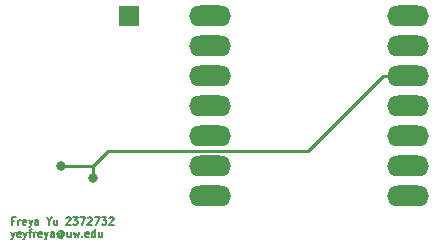
<source format=gbr>
%TF.GenerationSoftware,KiCad,Pcbnew,7.0.10*%
%TF.CreationDate,2024-01-29T17:08:50-08:00*%
%TF.ProjectId,FINAL_V1,46494e41-4c5f-4563-912e-6b696361645f,rev?*%
%TF.SameCoordinates,Original*%
%TF.FileFunction,Copper,L1,Top*%
%TF.FilePolarity,Positive*%
%FSLAX46Y46*%
G04 Gerber Fmt 4.6, Leading zero omitted, Abs format (unit mm)*
G04 Created by KiCad (PCBNEW 7.0.10) date 2024-01-29 17:08:50*
%MOMM*%
%LPD*%
G01*
G04 APERTURE LIST*
%ADD10C,0.127350*%
%TA.AperFunction,NonConductor*%
%ADD11C,0.127350*%
%TD*%
%TA.AperFunction,ComponentPad*%
%ADD12O,3.556000X1.778000*%
%TD*%
%TA.AperFunction,ComponentPad*%
%ADD13R,1.700000X1.700000*%
%TD*%
%TA.AperFunction,ViaPad*%
%ADD14C,0.800000*%
%TD*%
%TA.AperFunction,Conductor*%
%ADD15C,0.279400*%
%TD*%
G04 APERTURE END LIST*
D10*
D11*
X89347439Y-93553537D02*
X89135305Y-93553537D01*
X89135305Y-93886889D02*
X89135305Y-93250489D01*
X89135305Y-93250489D02*
X89438353Y-93250489D01*
X89680791Y-93886889D02*
X89680791Y-93462623D01*
X89680791Y-93583842D02*
X89711096Y-93523232D01*
X89711096Y-93523232D02*
X89741401Y-93492927D01*
X89741401Y-93492927D02*
X89802010Y-93462623D01*
X89802010Y-93462623D02*
X89862620Y-93462623D01*
X90317191Y-93856585D02*
X90256582Y-93886889D01*
X90256582Y-93886889D02*
X90135363Y-93886889D01*
X90135363Y-93886889D02*
X90074753Y-93856585D01*
X90074753Y-93856585D02*
X90044449Y-93795975D01*
X90044449Y-93795975D02*
X90044449Y-93553537D01*
X90044449Y-93553537D02*
X90074753Y-93492927D01*
X90074753Y-93492927D02*
X90135363Y-93462623D01*
X90135363Y-93462623D02*
X90256582Y-93462623D01*
X90256582Y-93462623D02*
X90317191Y-93492927D01*
X90317191Y-93492927D02*
X90347496Y-93553537D01*
X90347496Y-93553537D02*
X90347496Y-93614146D01*
X90347496Y-93614146D02*
X90044449Y-93674756D01*
X90559630Y-93462623D02*
X90711154Y-93886889D01*
X90862677Y-93462623D02*
X90711154Y-93886889D01*
X90711154Y-93886889D02*
X90650544Y-94038413D01*
X90650544Y-94038413D02*
X90620239Y-94068718D01*
X90620239Y-94068718D02*
X90559630Y-94099023D01*
X91377858Y-93886889D02*
X91377858Y-93553537D01*
X91377858Y-93553537D02*
X91347553Y-93492927D01*
X91347553Y-93492927D02*
X91286944Y-93462623D01*
X91286944Y-93462623D02*
X91165725Y-93462623D01*
X91165725Y-93462623D02*
X91105115Y-93492927D01*
X91377858Y-93856585D02*
X91317249Y-93886889D01*
X91317249Y-93886889D02*
X91165725Y-93886889D01*
X91165725Y-93886889D02*
X91105115Y-93856585D01*
X91105115Y-93856585D02*
X91074811Y-93795975D01*
X91074811Y-93795975D02*
X91074811Y-93735365D01*
X91074811Y-93735365D02*
X91105115Y-93674756D01*
X91105115Y-93674756D02*
X91165725Y-93644451D01*
X91165725Y-93644451D02*
X91317249Y-93644451D01*
X91317249Y-93644451D02*
X91377858Y-93614146D01*
X92287000Y-93583842D02*
X92287000Y-93886889D01*
X92074867Y-93250489D02*
X92287000Y-93583842D01*
X92287000Y-93583842D02*
X92499134Y-93250489D01*
X92984010Y-93462623D02*
X92984010Y-93886889D01*
X92711267Y-93462623D02*
X92711267Y-93795975D01*
X92711267Y-93795975D02*
X92741572Y-93856585D01*
X92741572Y-93856585D02*
X92802182Y-93886889D01*
X92802182Y-93886889D02*
X92893096Y-93886889D01*
X92893096Y-93886889D02*
X92953705Y-93856585D01*
X92953705Y-93856585D02*
X92984010Y-93826280D01*
X93741629Y-93311099D02*
X93771933Y-93280794D01*
X93771933Y-93280794D02*
X93832543Y-93250489D01*
X93832543Y-93250489D02*
X93984067Y-93250489D01*
X93984067Y-93250489D02*
X94044676Y-93280794D01*
X94044676Y-93280794D02*
X94074981Y-93311099D01*
X94074981Y-93311099D02*
X94105286Y-93371708D01*
X94105286Y-93371708D02*
X94105286Y-93432318D01*
X94105286Y-93432318D02*
X94074981Y-93523232D01*
X94074981Y-93523232D02*
X93711324Y-93886889D01*
X93711324Y-93886889D02*
X94105286Y-93886889D01*
X94317419Y-93250489D02*
X94711381Y-93250489D01*
X94711381Y-93250489D02*
X94499247Y-93492927D01*
X94499247Y-93492927D02*
X94590162Y-93492927D01*
X94590162Y-93492927D02*
X94650771Y-93523232D01*
X94650771Y-93523232D02*
X94681076Y-93553537D01*
X94681076Y-93553537D02*
X94711381Y-93614146D01*
X94711381Y-93614146D02*
X94711381Y-93765670D01*
X94711381Y-93765670D02*
X94681076Y-93826280D01*
X94681076Y-93826280D02*
X94650771Y-93856585D01*
X94650771Y-93856585D02*
X94590162Y-93886889D01*
X94590162Y-93886889D02*
X94408333Y-93886889D01*
X94408333Y-93886889D02*
X94347724Y-93856585D01*
X94347724Y-93856585D02*
X94317419Y-93826280D01*
X94923514Y-93250489D02*
X95347780Y-93250489D01*
X95347780Y-93250489D02*
X95075038Y-93886889D01*
X95559914Y-93311099D02*
X95590218Y-93280794D01*
X95590218Y-93280794D02*
X95650828Y-93250489D01*
X95650828Y-93250489D02*
X95802352Y-93250489D01*
X95802352Y-93250489D02*
X95862961Y-93280794D01*
X95862961Y-93280794D02*
X95893266Y-93311099D01*
X95893266Y-93311099D02*
X95923571Y-93371708D01*
X95923571Y-93371708D02*
X95923571Y-93432318D01*
X95923571Y-93432318D02*
X95893266Y-93523232D01*
X95893266Y-93523232D02*
X95529609Y-93886889D01*
X95529609Y-93886889D02*
X95923571Y-93886889D01*
X96135704Y-93250489D02*
X96559970Y-93250489D01*
X96559970Y-93250489D02*
X96287228Y-93886889D01*
X96741799Y-93250489D02*
X97135761Y-93250489D01*
X97135761Y-93250489D02*
X96923627Y-93492927D01*
X96923627Y-93492927D02*
X97014542Y-93492927D01*
X97014542Y-93492927D02*
X97075151Y-93523232D01*
X97075151Y-93523232D02*
X97105456Y-93553537D01*
X97105456Y-93553537D02*
X97135761Y-93614146D01*
X97135761Y-93614146D02*
X97135761Y-93765670D01*
X97135761Y-93765670D02*
X97105456Y-93826280D01*
X97105456Y-93826280D02*
X97075151Y-93856585D01*
X97075151Y-93856585D02*
X97014542Y-93886889D01*
X97014542Y-93886889D02*
X96832713Y-93886889D01*
X96832713Y-93886889D02*
X96772104Y-93856585D01*
X96772104Y-93856585D02*
X96741799Y-93826280D01*
X97378199Y-93311099D02*
X97408503Y-93280794D01*
X97408503Y-93280794D02*
X97469113Y-93250489D01*
X97469113Y-93250489D02*
X97620637Y-93250489D01*
X97620637Y-93250489D02*
X97681246Y-93280794D01*
X97681246Y-93280794D02*
X97711551Y-93311099D01*
X97711551Y-93311099D02*
X97741856Y-93371708D01*
X97741856Y-93371708D02*
X97741856Y-93432318D01*
X97741856Y-93432318D02*
X97711551Y-93523232D01*
X97711551Y-93523232D02*
X97347894Y-93886889D01*
X97347894Y-93886889D02*
X97741856Y-93886889D01*
X89074696Y-94487227D02*
X89226220Y-94911493D01*
X89377743Y-94487227D02*
X89226220Y-94911493D01*
X89226220Y-94911493D02*
X89165610Y-95063017D01*
X89165610Y-95063017D02*
X89135305Y-95093322D01*
X89135305Y-95093322D02*
X89074696Y-95123627D01*
X89862619Y-94881189D02*
X89802010Y-94911493D01*
X89802010Y-94911493D02*
X89680791Y-94911493D01*
X89680791Y-94911493D02*
X89620181Y-94881189D01*
X89620181Y-94881189D02*
X89589877Y-94820579D01*
X89589877Y-94820579D02*
X89589877Y-94578141D01*
X89589877Y-94578141D02*
X89620181Y-94517531D01*
X89620181Y-94517531D02*
X89680791Y-94487227D01*
X89680791Y-94487227D02*
X89802010Y-94487227D01*
X89802010Y-94487227D02*
X89862619Y-94517531D01*
X89862619Y-94517531D02*
X89892924Y-94578141D01*
X89892924Y-94578141D02*
X89892924Y-94638750D01*
X89892924Y-94638750D02*
X89589877Y-94699360D01*
X90105058Y-94487227D02*
X90256582Y-94911493D01*
X90408105Y-94487227D02*
X90256582Y-94911493D01*
X90256582Y-94911493D02*
X90195972Y-95063017D01*
X90195972Y-95063017D02*
X90165667Y-95093322D01*
X90165667Y-95093322D02*
X90105058Y-95123627D01*
X90559629Y-94487227D02*
X90802067Y-94487227D01*
X90650543Y-94911493D02*
X90650543Y-94366008D01*
X90650543Y-94366008D02*
X90680848Y-94305398D01*
X90680848Y-94305398D02*
X90741458Y-94275093D01*
X90741458Y-94275093D02*
X90802067Y-94275093D01*
X91014200Y-94911493D02*
X91014200Y-94487227D01*
X91014200Y-94608446D02*
X91044505Y-94547836D01*
X91044505Y-94547836D02*
X91074810Y-94517531D01*
X91074810Y-94517531D02*
X91135419Y-94487227D01*
X91135419Y-94487227D02*
X91196029Y-94487227D01*
X91650600Y-94881189D02*
X91589991Y-94911493D01*
X91589991Y-94911493D02*
X91468772Y-94911493D01*
X91468772Y-94911493D02*
X91408162Y-94881189D01*
X91408162Y-94881189D02*
X91377858Y-94820579D01*
X91377858Y-94820579D02*
X91377858Y-94578141D01*
X91377858Y-94578141D02*
X91408162Y-94517531D01*
X91408162Y-94517531D02*
X91468772Y-94487227D01*
X91468772Y-94487227D02*
X91589991Y-94487227D01*
X91589991Y-94487227D02*
X91650600Y-94517531D01*
X91650600Y-94517531D02*
X91680905Y-94578141D01*
X91680905Y-94578141D02*
X91680905Y-94638750D01*
X91680905Y-94638750D02*
X91377858Y-94699360D01*
X91893039Y-94487227D02*
X92044563Y-94911493D01*
X92196086Y-94487227D02*
X92044563Y-94911493D01*
X92044563Y-94911493D02*
X91983953Y-95063017D01*
X91983953Y-95063017D02*
X91953648Y-95093322D01*
X91953648Y-95093322D02*
X91893039Y-95123627D01*
X92711267Y-94911493D02*
X92711267Y-94578141D01*
X92711267Y-94578141D02*
X92680962Y-94517531D01*
X92680962Y-94517531D02*
X92620353Y-94487227D01*
X92620353Y-94487227D02*
X92499134Y-94487227D01*
X92499134Y-94487227D02*
X92438524Y-94517531D01*
X92711267Y-94881189D02*
X92650658Y-94911493D01*
X92650658Y-94911493D02*
X92499134Y-94911493D01*
X92499134Y-94911493D02*
X92438524Y-94881189D01*
X92438524Y-94881189D02*
X92408220Y-94820579D01*
X92408220Y-94820579D02*
X92408220Y-94759969D01*
X92408220Y-94759969D02*
X92438524Y-94699360D01*
X92438524Y-94699360D02*
X92499134Y-94669055D01*
X92499134Y-94669055D02*
X92650658Y-94669055D01*
X92650658Y-94669055D02*
X92711267Y-94638750D01*
X93408276Y-94608446D02*
X93377971Y-94578141D01*
X93377971Y-94578141D02*
X93317362Y-94547836D01*
X93317362Y-94547836D02*
X93256752Y-94547836D01*
X93256752Y-94547836D02*
X93196143Y-94578141D01*
X93196143Y-94578141D02*
X93165838Y-94608446D01*
X93165838Y-94608446D02*
X93135533Y-94669055D01*
X93135533Y-94669055D02*
X93135533Y-94729665D01*
X93135533Y-94729665D02*
X93165838Y-94790274D01*
X93165838Y-94790274D02*
X93196143Y-94820579D01*
X93196143Y-94820579D02*
X93256752Y-94850884D01*
X93256752Y-94850884D02*
X93317362Y-94850884D01*
X93317362Y-94850884D02*
X93377971Y-94820579D01*
X93377971Y-94820579D02*
X93408276Y-94790274D01*
X93408276Y-94547836D02*
X93408276Y-94790274D01*
X93408276Y-94790274D02*
X93438581Y-94820579D01*
X93438581Y-94820579D02*
X93468886Y-94820579D01*
X93468886Y-94820579D02*
X93529495Y-94790274D01*
X93529495Y-94790274D02*
X93559800Y-94729665D01*
X93559800Y-94729665D02*
X93559800Y-94578141D01*
X93559800Y-94578141D02*
X93499191Y-94487227D01*
X93499191Y-94487227D02*
X93408276Y-94426617D01*
X93408276Y-94426617D02*
X93287057Y-94396312D01*
X93287057Y-94396312D02*
X93165838Y-94426617D01*
X93165838Y-94426617D02*
X93074924Y-94487227D01*
X93074924Y-94487227D02*
X93014314Y-94578141D01*
X93014314Y-94578141D02*
X92984010Y-94699360D01*
X92984010Y-94699360D02*
X93014314Y-94820579D01*
X93014314Y-94820579D02*
X93074924Y-94911493D01*
X93074924Y-94911493D02*
X93165838Y-94972103D01*
X93165838Y-94972103D02*
X93287057Y-95002408D01*
X93287057Y-95002408D02*
X93408276Y-94972103D01*
X93408276Y-94972103D02*
X93499191Y-94911493D01*
X94105286Y-94487227D02*
X94105286Y-94911493D01*
X93832543Y-94487227D02*
X93832543Y-94820579D01*
X93832543Y-94820579D02*
X93862848Y-94881189D01*
X93862848Y-94881189D02*
X93923458Y-94911493D01*
X93923458Y-94911493D02*
X94014372Y-94911493D01*
X94014372Y-94911493D02*
X94074981Y-94881189D01*
X94074981Y-94881189D02*
X94105286Y-94850884D01*
X94347724Y-94487227D02*
X94468943Y-94911493D01*
X94468943Y-94911493D02*
X94590162Y-94608446D01*
X94590162Y-94608446D02*
X94711381Y-94911493D01*
X94711381Y-94911493D02*
X94832600Y-94487227D01*
X95075038Y-94850884D02*
X95105343Y-94881189D01*
X95105343Y-94881189D02*
X95075038Y-94911493D01*
X95075038Y-94911493D02*
X95044734Y-94881189D01*
X95044734Y-94881189D02*
X95075038Y-94850884D01*
X95075038Y-94850884D02*
X95075038Y-94911493D01*
X95620524Y-94881189D02*
X95559915Y-94911493D01*
X95559915Y-94911493D02*
X95438696Y-94911493D01*
X95438696Y-94911493D02*
X95378086Y-94881189D01*
X95378086Y-94881189D02*
X95347782Y-94820579D01*
X95347782Y-94820579D02*
X95347782Y-94578141D01*
X95347782Y-94578141D02*
X95378086Y-94517531D01*
X95378086Y-94517531D02*
X95438696Y-94487227D01*
X95438696Y-94487227D02*
X95559915Y-94487227D01*
X95559915Y-94487227D02*
X95620524Y-94517531D01*
X95620524Y-94517531D02*
X95650829Y-94578141D01*
X95650829Y-94578141D02*
X95650829Y-94638750D01*
X95650829Y-94638750D02*
X95347782Y-94699360D01*
X96196315Y-94911493D02*
X96196315Y-94275093D01*
X96196315Y-94881189D02*
X96135706Y-94911493D01*
X96135706Y-94911493D02*
X96014487Y-94911493D01*
X96014487Y-94911493D02*
X95953877Y-94881189D01*
X95953877Y-94881189D02*
X95923572Y-94850884D01*
X95923572Y-94850884D02*
X95893268Y-94790274D01*
X95893268Y-94790274D02*
X95893268Y-94608446D01*
X95893268Y-94608446D02*
X95923572Y-94547836D01*
X95923572Y-94547836D02*
X95953877Y-94517531D01*
X95953877Y-94517531D02*
X96014487Y-94487227D01*
X96014487Y-94487227D02*
X96135706Y-94487227D01*
X96135706Y-94487227D02*
X96196315Y-94517531D01*
X96772105Y-94487227D02*
X96772105Y-94911493D01*
X96499362Y-94487227D02*
X96499362Y-94820579D01*
X96499362Y-94820579D02*
X96529667Y-94881189D01*
X96529667Y-94881189D02*
X96590277Y-94911493D01*
X96590277Y-94911493D02*
X96681191Y-94911493D01*
X96681191Y-94911493D02*
X96741800Y-94881189D01*
X96741800Y-94881189D02*
X96772105Y-94850884D01*
D12*
%TO.P,U2,1,GPIO1_A0_D0*%
%TO.N,Net-(U2-GPIO1_A0_D0)*%
X105918000Y-76200000D03*
%TO.P,U2,2,GPIO2_A1_D1*%
%TO.N,unconnected-(U2-GPIO2_A1_D1-Pad2)*%
X105918000Y-78740000D03*
%TO.P,U2,3,GPIO3_A2_D2*%
%TO.N,Net-(U2-GPIO3_A2_D2)*%
X105918000Y-81280000D03*
%TO.P,U2,4,GPIO4_A3_D3*%
%TO.N,unconnected-(U2-GPIO4_A3_D3-Pad4)*%
X105918000Y-83820000D03*
%TO.P,U2,5,GPIO4_A3_D3_SDA*%
%TO.N,Net-(U2-GPIO4_A3_D3_SDA)*%
X105918000Y-86360000D03*
%TO.P,U2,6,GPIO6_A5_D5_SCL*%
%TO.N,Net-(U2-GPIO6_A5_D5_SCL)*%
X105918000Y-88900000D03*
%TO.P,U2,7,GPIO43_TX_D6*%
%TO.N,unconnected-(U2-GPIO43_TX_D6-Pad7)*%
X105918000Y-91440000D03*
%TO.P,U2,8,5V*%
%TO.N,unconnected-(U2-5V-Pad8)*%
X122682000Y-76200000D03*
%TO.P,U2,9,GND*%
%TO.N,GND*%
X122682000Y-78740000D03*
%TO.P,U2,10,3V3*%
%TO.N,3.3V*%
X122682000Y-81280000D03*
%TO.P,U2,11,GPIO9_A10_D10_COPI*%
%TO.N,unconnected-(U2-GPIO9_A10_D10_COPI-Pad11)*%
X122682000Y-83820000D03*
%TO.P,U2,12,GPIO8_A9_D9_CIPO*%
%TO.N,unconnected-(U2-GPIO8_A9_D9_CIPO-Pad12)*%
X122682000Y-86360000D03*
%TO.P,U2,13,GPIO7_A8_D8_SCK*%
%TO.N,unconnected-(U2-GPIO7_A8_D8_SCK-Pad13)*%
X122682000Y-88900000D03*
%TO.P,U2,14,GPIO44_D7_RX*%
%TO.N,unconnected-(U2-GPIO44_D7_RX-Pad14)*%
X122682000Y-91440000D03*
%TD*%
D13*
%TO.P,TP1,1,1*%
%TO.N,Net-(U2-GPIO1_A0_D0)*%
X99060000Y-76200000D03*
%TD*%
D14*
%TO.N,3.3V*%
X93270000Y-88920400D03*
X95957300Y-89912800D03*
%TD*%
D15*
%TO.N,3.3V*%
X121920000Y-81280000D02*
X120562400Y-81280000D01*
X95957300Y-88920400D02*
X95957300Y-89912800D01*
X97247700Y-87630000D02*
X95957300Y-88920400D01*
X95957300Y-88920400D02*
X93270000Y-88920400D01*
X114212400Y-87630000D02*
X97247700Y-87630000D01*
X120562400Y-81280000D02*
X114212400Y-87630000D01*
%TD*%
M02*

</source>
